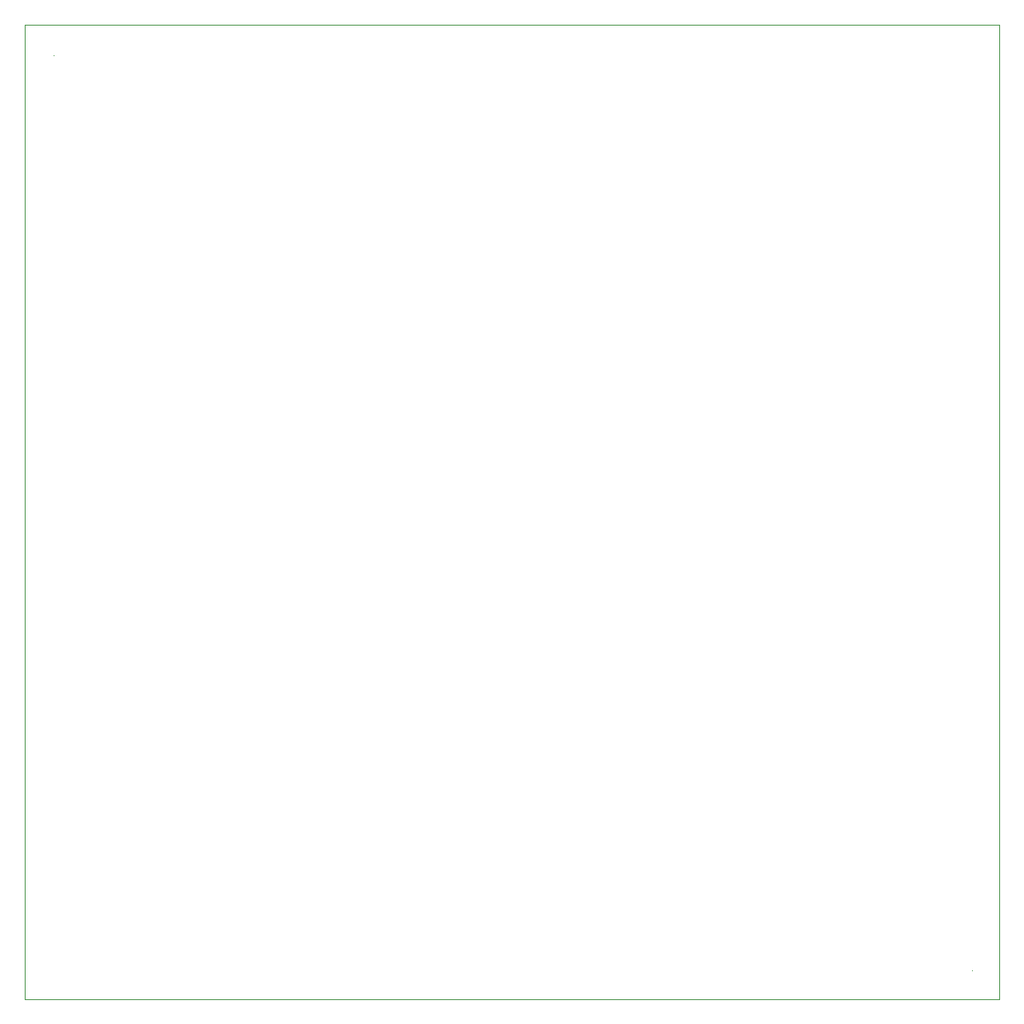
<source format=gko>
G04 (created by PCBNEW (2013-07-07 BZR 4022)-stable) date 30/10/2014 17:58:33*
%MOIN*%
G04 Gerber Fmt 3.4, Leading zero omitted, Abs format*
%FSLAX34Y34*%
G01*
G70*
G90*
G04 APERTURE LIST*
%ADD10C,0.00590551*%
%ADD11C,0.00393701*%
G04 APERTURE END LIST*
G54D10*
G54D11*
X35175Y-22545D02*
G75*
G03X35175Y-22545I0J0D01*
G74*
G01*
X35174Y-22545D02*
X35175Y-22545D01*
X35175Y-22544D02*
X35175Y-22545D01*
X72290Y-59510D02*
G75*
G03X72290Y-59510I0J0D01*
G74*
G01*
X72289Y-59510D02*
X72290Y-59510D01*
X72290Y-59509D02*
X72290Y-59510D01*
X34020Y-60669D02*
X34020Y-21299D01*
X73385Y-60669D02*
X34015Y-60669D01*
X73385Y-21299D02*
X73385Y-60669D01*
X34015Y-21299D02*
X73385Y-21299D01*
M02*

</source>
